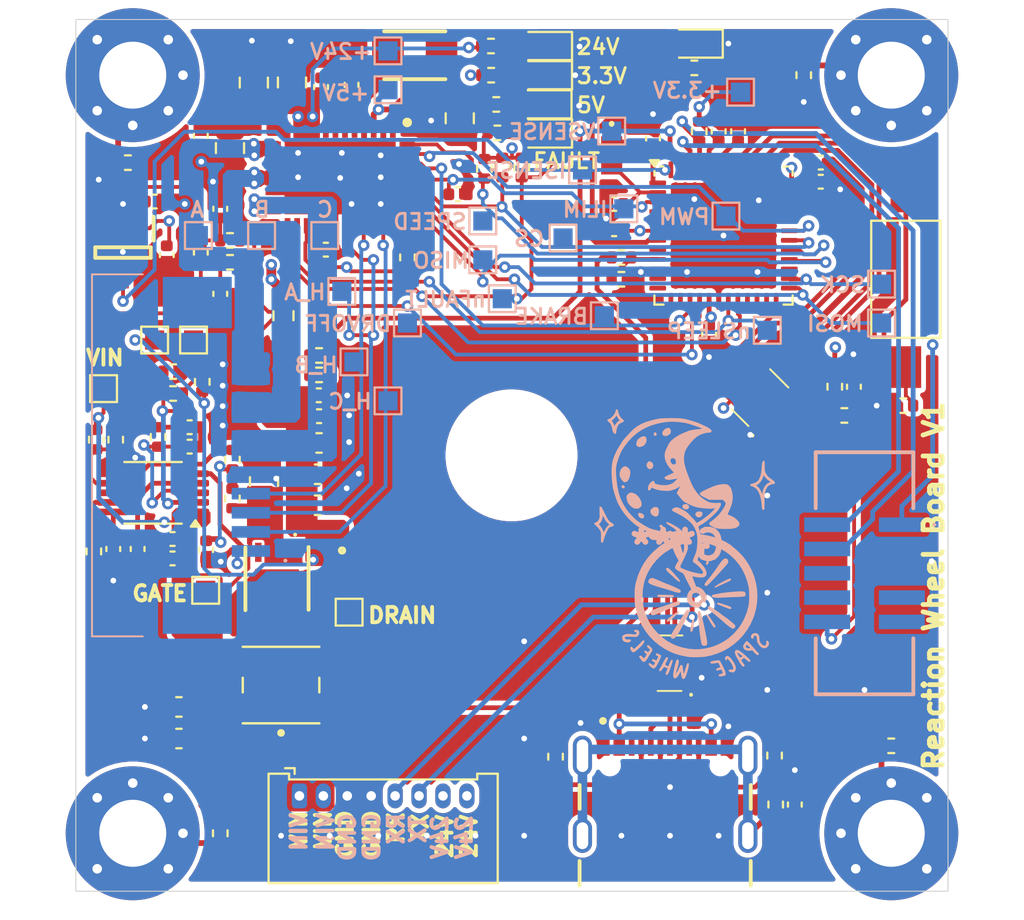
<source format=kicad_pcb>
(kicad_pcb
	(version 20240108)
	(generator "pcbnew")
	(generator_version "8.0")
	(general
		(thickness 1.6)
		(legacy_teardrops no)
	)
	(paper "A4")
	(layers
		(0 "F.Cu" signal)
		(1 "In1.Cu" power)
		(2 "In2.Cu" power)
		(31 "B.Cu" signal)
		(32 "B.Adhes" user "B.Adhesive")
		(33 "F.Adhes" user "F.Adhesive")
		(34 "B.Paste" user)
		(35 "F.Paste" user)
		(36 "B.SilkS" user "B.Silkscreen")
		(37 "F.SilkS" user "F.Silkscreen")
		(38 "B.Mask" user)
		(39 "F.Mask" user)
		(40 "Dwgs.User" user "User.Drawings")
		(41 "Cmts.User" user "User.Comments")
		(42 "Eco1.User" user "User.Eco1")
		(43 "Eco2.User" user "User.Eco2")
		(44 "Edge.Cuts" user)
		(45 "Margin" user)
		(46 "B.CrtYd" user "B.Courtyard")
		(47 "F.CrtYd" user "F.Courtyard")
		(48 "B.Fab" user)
		(49 "F.Fab" user)
		(50 "User.1" user)
		(51 "User.2" user)
		(52 "User.3" user)
		(53 "User.4" user)
		(54 "User.5" user)
		(55 "User.6" user)
		(56 "User.7" user)
		(57 "User.8" user)
		(58 "User.9" user)
	)
	(setup
		(stackup
			(layer "F.SilkS"
				(type "Top Silk Screen")
			)
			(layer "F.Paste"
				(type "Top Solder Paste")
			)
			(layer "F.Mask"
				(type "Top Solder Mask")
				(thickness 0.01)
			)
			(layer "F.Cu"
				(type "copper")
				(thickness 0.035)
			)
			(layer "dielectric 1"
				(type "prepreg")
				(thickness 0.1)
				(material "FR4")
				(epsilon_r 4.5)
				(loss_tangent 0.02)
			)
			(layer "In1.Cu"
				(type "copper")
				(thickness 0.035)
			)
			(layer "dielectric 2"
				(type "core")
				(thickness 1.24)
				(material "FR4")
				(epsilon_r 4.5)
				(loss_tangent 0.02)
			)
			(layer "In2.Cu"
				(type "copper")
				(thickness 0.035)
			)
			(layer "dielectric 3"
				(type "prepreg")
				(thickness 0.1)
				(material "FR4")
				(epsilon_r 4.5)
				(loss_tangent 0.02)
			)
			(layer "B.Cu"
				(type "copper")
				(thickness 0.035)
			)
			(layer "B.Mask"
				(type "Bottom Solder Mask")
				(thickness 0.01)
			)
			(layer "B.Paste"
				(type "Bottom Solder Paste")
			)
			(layer "B.SilkS"
				(type "Bottom Silk Screen")
			)
			(copper_finish "None")
			(dielectric_constraints no)
		)
		(pad_to_mask_clearance 0)
		(allow_soldermask_bridges_in_footprints no)
		(pcbplotparams
			(layerselection 0x00010fc_ffffffff)
			(plot_on_all_layers_selection 0x0000000_00000000)
			(disableapertmacros no)
			(usegerberextensions no)
			(usegerberattributes yes)
			(usegerberadvancedattributes yes)
			(creategerberjobfile yes)
			(dashed_line_dash_ratio 12.000000)
			(dashed_line_gap_ratio 3.000000)
			(svgprecision 4)
			(plotframeref no)
			(viasonmask no)
			(mode 1)
			(useauxorigin no)
			(hpglpennumber 1)
			(hpglpenspeed 20)
			(hpglpendiameter 15.000000)
			(pdf_front_fp_property_popups yes)
			(pdf_back_fp_property_popups yes)
			(dxfpolygonmode yes)
			(dxfimperialunits yes)
			(dxfusepcbnewfont yes)
			(psnegative no)
			(psa4output no)
			(plotreference yes)
			(plotvalue yes)
			(plotfptext yes)
			(plotinvisibletext no)
			(sketchpadsonfab no)
			(subtractmaskfromsilk no)
			(outputformat 1)
			(mirror no)
			(drillshape 1)
			(scaleselection 1)
			(outputdirectory "")
		)
	)
	(net 0 "")
	(net 1 "VDC")
	(net 2 "GND")
	(net 3 "/Buck-Boost/24V_OUT")
	(net 4 "/MCU/DAC0")
	(net 5 "+3.3V")
	(net 6 "/MCU/MCU_nRESET")
	(net 7 "/MCU/SHIELD")
	(net 8 "/Buck-Boost/Drain")
	(net 9 "/MCU/Motor_nFAULT")
	(net 10 "/MCU/VBUS")
	(net 11 "/MCU/D_N")
	(net 12 "/MCU/D_P")
	(net 13 "/Buck-Boost/CURRENTSENSE")
	(net 14 "/Motor Driver/OUTC")
	(net 15 "/MCU/MISO")
	(net 16 "/MCU/SCK")
	(net 17 "/Motor Driver/OUTB")
	(net 18 "/MCU/MOSI")
	(net 19 "/MCU/MOTOR_nSLEEP")
	(net 20 "/Motor Driver/SW_BK")
	(net 21 "/MCU/MOTOR_SPEED")
	(net 22 "/MCU/CS")
	(net 23 "/MCU/MOTOR_BRAKE")
	(net 24 "/Motor Driver/OUTA")
	(net 25 "/MCU/Motor_PWM")
	(net 26 "/MCU/MOTOR_DRVOFF")
	(net 27 "/Motor Driver/H_A")
	(net 28 "/Motor Driver/H_B")
	(net 29 "/Motor Driver/H_C")
	(net 30 "/RX")
	(net 31 "unconnected-(J2-PadMP1)")
	(net 32 "unconnected-(J2-PadMP2)")
	(net 33 "/MCU/SWCLK")
	(net 34 "/MCU/SWDIO")
	(net 35 "/Buck-Boost/Source")
	(net 36 "/Buck-Boost/VSENSE")
	(net 37 "/MCU/MOTOR_DIR")
	(net 38 "Net-(U201-SS)")
	(net 39 "Net-(U201-VCC)")
	(net 40 "/Buck-Boost/Feedback")
	(net 41 "Net-(C207-Pad2)")
	(net 42 "Net-(C208-Pad1)")
	(net 43 "Net-(U201-COMP)")
	(net 44 "Net-(D201-K)")
	(net 45 "Net-(IC301-CP)")
	(net 46 "Net-(IC301-CPL)")
	(net 47 "Net-(IC301-CPH)")
	(net 48 "Net-(U401-PA00)")
	(net 49 "Net-(U401-PA01)")
	(net 50 "Net-(U401-VDDCORE)")
	(net 51 "Net-(D301-A)")
	(net 52 "Net-(D302-A)")
	(net 53 "Net-(D303-A)")
	(net 54 "Net-(D304-A)")
	(net 55 "Net-(D402-A)")
	(net 56 "unconnected-(IC301-HNA-Pad28)")
	(net 57 "unconnected-(IC301-NC_1-Pad1)")
	(net 58 "unconnected-(IC301-HNB-Pad30)")
	(net 59 "unconnected-(IC301-NC_2-Pad24)")
	(net 60 "unconnected-(IC301-HNC-Pad32)")
	(net 61 "unconnected-(J401-SBU1-PadA8)")
	(net 62 "Net-(J401-CC1)")
	(net 63 "Net-(J401-CC2)")
	(net 64 "unconnected-(J401-SBU2-PadB8)")
	(net 65 "unconnected-(J402-Pad8)")
	(net 66 "unconnected-(J402-Pad6)")
	(net 67 "unconnected-(J402-Pad7)")
	(net 68 "unconnected-(J402-Pad9)")
	(net 69 "Net-(J402-Pad10)")
	(net 70 "Net-(Q201-GATE)")
	(net 71 "Net-(U201-RT)")
	(net 72 "/Buck-Boost/Sense-")
	(net 73 "Net-(U201-CS)")
	(net 74 "Net-(R403-Pad2)")
	(net 75 "Net-(U401-PB08)")
	(net 76 "unconnected-(U401-PA08-Pad13)")
	(net 77 "unconnected-(U401-PB09-Pad8)")
	(net 78 "unconnected-(U401-PA09-Pad14)")
	(net 79 "unconnected-(U401-PA06-Pad11)")
	(net 80 "unconnected-(U401-PA28-Pad41)")
	(net 81 "unconnected-(U401-PA12-Pad21)")
	(net 82 "unconnected-(U401-PA03-Pad4)")
	(net 83 "unconnected-(U401-PA13-Pad22)")
	(net 84 "unconnected-(U401-PA07-Pad12)")
	(net 85 "unconnected-(U401-PA15-Pad24)")
	(net 86 "unconnected-(U401-PA27-Pad39)")
	(net 87 "unconnected-(U401-PA18-Pad27)")
	(net 88 "unconnected-(U401-PA14-Pad23)")
	(net 89 "unconnected-(U401-PA05-Pad10)")
	(net 90 "/MCU/ADC3")
	(net 91 "/Motor Driver/FB_BK")
	(net 92 "Net-(R1-Pad1)")
	(net 93 "/Buck-Boost/Sense+")
	(net 94 "/Buck-Boost/UVLO")
	(net 95 "/TX")
	(net 96 "Net-(H101-Pad1)")
	(net 97 "Net-(H102-Pad1)")
	(net 98 "Net-(H103-Pad1)")
	(net 99 "Net-(H104-Pad1)")
	(footprint "Resistor_SMD:R_0402_1005Metric" (layer "F.Cu") (at 154.94 89.154))
	(footprint "Capacitor_SMD:C_0402_1005Metric" (layer "F.Cu") (at 165.354 84.1985 180))
	(footprint "Resistor_SMD:R_0402_1005Metric" (layer "F.Cu") (at 169.67 96.901))
	(footprint "TestPoint:TestPoint_Pad_1.0x1.0mm" (layer "F.Cu") (at 140.716 107.696))
	(footprint "MountingHole:MountingHole_3.5mm_Pad_Via" (layer "F.Cu") (at 129.413 79.629))
	(footprint "TestPoint:TestPoint_Pad_1.0x1.0mm" (layer "F.Cu") (at 132.588 93.472))
	(footprint "Resistor_SMD:R_0402_1005Metric" (layer "F.Cu") (at 131.5212 96.266))
	(footprint "Resistor_SMD:R_0402_1005Metric" (layer "F.Cu") (at 151.5 115.25 90))
	(footprint "Resistor_SMD:R_0402_1005Metric" (layer "F.Cu") (at 148.126 78.105))
	(footprint "Capacitor_SMD:C_0402_1005Metric" (layer "F.Cu") (at 132.3868 98.029 180))
	(footprint "Resistor_SMD:R_0402_1005Metric" (layer "F.Cu") (at 139.147 94.279 180))
	(footprint "MountingHole:MountingHole_6.4mm_M6" (layer "F.Cu") (at 149.225 99.568))
	(footprint "Capacitor_SMD:C_0402_1005Metric" (layer "F.Cu") (at 146.4056 85.852))
	(footprint "Capacitor_SMD:C_0603_1608Metric" (layer "F.Cu") (at 139.065 100.487))
	(footprint "Button_Switch_SMD:SW_SPST_FSMSM" (layer "F.Cu") (at 169.799 90.297 -90))
	(footprint "Resistor_SMD:R_0402_1005Metric" (layer "F.Cu") (at 149.733 84.455 -90))
	(footprint "Resistor_SMD:R_0402_1005Metric" (layer "F.Cu") (at 128.524 98.679 90))
	(footprint "Capacitor_SMD:C_0402_1005Metric" (layer "F.Cu") (at 132.969 88.9 90))
	(footprint "Capacitor_SMD:C_0603_1608Metric" (layer "F.Cu") (at 131.826 112.649 180))
	(footprint "Capacitor_SMD:C_0402_1005Metric" (layer "F.Cu") (at 139.5 88.75))
	(footprint "Connector_Molex:Molex_PicoBlade_53048-0810_1x08_P1.25mm_Horizontal" (layer "F.Cu") (at 138.119 117.299))
	(footprint "Resistor_SMD:R_0402_1005Metric" (layer "F.Cu") (at 148.136 79.629))
	(footprint "Senior Design:PRTR5V0U2X" (layer "F.Cu") (at 162.179 96.52 45))
	(footprint "Capacitor_SMD:C_0402_1005Metric" (layer "F.Cu") (at 133.2484 104.4448 -90))
	(footprint "Resistor_SMD:R_0402_1005Metric" (layer "F.Cu") (at 134.62 101.757 -90))
	(footprint "Capacitor_SMD:C_0402_1005Metric" (layer "F.Cu") (at 133.985 91.059 -90))
	(footprint "Capacitor_SMD:C_0402_1005Metric" (layer "F.Cu") (at 160.02 82.565 -90))
	(footprint "Capacitor_SMD:C_0402_1005Metric" (layer "F.Cu") (at 130.556 86.233 180))
	(footprint "Capacitor_SMD:C_0402_1005Metric" (layer "F.Cu") (at 133.985 86.614 90))
	(footprint "Resistor_SMD:R_0402_1005Metric" (layer "F.Cu") (at 159.004 82.565 90))
	(footprint "Resistor_SMD:R_0402_1005Metric" (layer "F.Cu") (at 163 117.75 90))
	(footprint "Capacitor_SMD:C_0402_1005Metric" (layer "F.Cu") (at 132.3848 99.045 180))
	(footprint "Capacitor_SMD:C_0805_2012Metric" (layer "F.Cu") (at 146.496039 81.88275 -90))
	(footprint "RW_Imports:IND_XGL4040-223MEC" (layer "F.Cu") (at 137.16 111.506 90))
	(footprint "Resistor_SMD:R_0402_1005Metric" (layer "F.Cu") (at 148.403322 81.157909))
	(footprint "MountingHole:MountingHole_3.5mm_Pad_Via" (layer "F.Cu") (at 169.037 79.629))
	(footprint "Resistor_SMD:R_0402_1005Metric" (layer "F.Cu") (at 134.493 88.265 180))
	(footprint "Capacitor_SMD:C_0402_1005Metric" (layer "F.Cu") (at 128.397 104.394 -90))
	(footprint "Capacitor_SMD:C_0805_2012Metric"
		(layer "F.Cu")
		(uuid "66502248-f4ce-498f-a7c5-901a5eb84cfe")
		(at 134.493 83.439 -90)
		(descr "Capacitor SMD 0805 (2012 Metric), square (rectangular) end terminal, IPC_7351 nominal, (Body size source: IPC-SM-782 page 76, https://www.pcb-3d.com/wordpress/wp-content/uploads/ipc-sm-782a_amendment_1_and_2.pdf, https://docs.google.com/spreadsheets/d/1BsfQQcO9C6DZCsRaXUlFlo91Tg2WpOkGARC1WS5S8t0/edit?usp=sharing), generated with kicad-footprint-generator")
		(tags "capacitor")
		(property "Reference" "C304"
			(at 0 -1.68 90)
			(layer "F.SilkS")
			(hide yes)
			(uuid "3849d662-c4f6-4e2f-a303-2de9df5f8b42")
			(effects
				(font
					(size 1 1)
					(thickness 0.15)
				)
			)
		)
		(property "Value" "22uF"
			(at 0 1.68 90)
			(layer "F.Fab")
			(uuid "78aed728-a178-41fc-9310-80f15d79242d")
			(effects
				(font
					(size 1 1)
					(thickness 0.15)
				)
			)
		)
		(property "Footprint" "Capacitor_SMD:C_0805_2012Metric"
			(at 0 0 -90)
			(unlocked yes)
			(layer "F.Fab")
			(hide yes)
			(uuid "2140f2df-6b26-4d4c-8043-a52bc92d5378")
			(effects
				(font
					(size 1.27 1.27)
					(thickness 0.15)
				)
			)
		)
		(property "Datasheet" ""
			(at 0 0 -90)
			(unlocked yes)
			(layer "F.Fab")
			(hide yes)
			(uuid "6907e313-6257-432d-a549-982
... [1180288 chars truncated]
</source>
